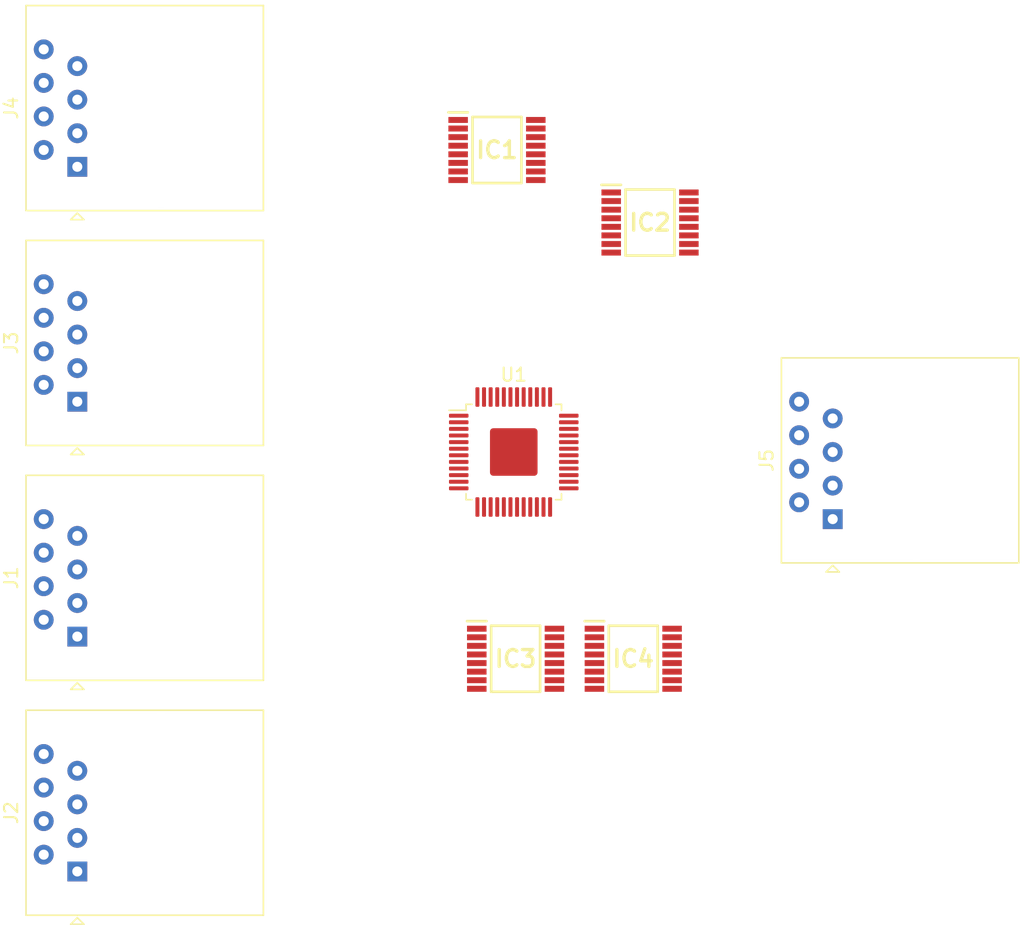
<source format=kicad_pcb>
(kicad_pcb (version 20171130) (host pcbnew "(5.1.0)-1")

  (general
    (thickness 1.6)
    (drawings 0)
    (tracks 0)
    (zones 0)
    (modules 10)
    (nets 153)
  )

  (page A4)
  (layers
    (0 F.Cu signal)
    (31 B.Cu signal)
    (32 B.Adhes user)
    (33 F.Adhes user)
    (34 B.Paste user)
    (35 F.Paste user)
    (36 B.SilkS user)
    (37 F.SilkS user)
    (38 B.Mask user)
    (39 F.Mask user)
    (40 Dwgs.User user)
    (41 Cmts.User user)
    (42 Eco1.User user)
    (43 Eco2.User user)
    (44 Edge.Cuts user)
    (45 Margin user)
    (46 B.CrtYd user)
    (47 F.CrtYd user)
    (48 B.Fab user)
    (49 F.Fab user)
  )

  (setup
    (last_trace_width 0.25)
    (trace_clearance 0.2)
    (zone_clearance 0.508)
    (zone_45_only no)
    (trace_min 0.2)
    (via_size 0.8)
    (via_drill 0.4)
    (via_min_size 0.4)
    (via_min_drill 0.3)
    (uvia_size 0.3)
    (uvia_drill 0.1)
    (uvias_allowed no)
    (uvia_min_size 0.2)
    (uvia_min_drill 0.1)
    (edge_width 0.05)
    (segment_width 0.2)
    (pcb_text_width 0.3)
    (pcb_text_size 1.5 1.5)
    (mod_edge_width 0.12)
    (mod_text_size 1 1)
    (mod_text_width 0.15)
    (pad_size 1.524 1.524)
    (pad_drill 0.762)
    (pad_to_mask_clearance 0.051)
    (solder_mask_min_width 0.25)
    (aux_axis_origin 0 0)
    (visible_elements 7FFFFFFF)
    (pcbplotparams
      (layerselection 0x010fc_ffffffff)
      (usegerberextensions false)
      (usegerberattributes false)
      (usegerberadvancedattributes false)
      (creategerberjobfile false)
      (excludeedgelayer true)
      (linewidth 0.100000)
      (plotframeref false)
      (viasonmask false)
      (mode 1)
      (useauxorigin false)
      (hpglpennumber 1)
      (hpglpenspeed 20)
      (hpglpendiameter 15.000000)
      (psnegative false)
      (psa4output false)
      (plotreference true)
      (plotvalue true)
      (plotinvisibletext false)
      (padsonsilk false)
      (subtractmaskfromsilk false)
      (outputformat 1)
      (mirror false)
      (drillshape 1)
      (scaleselection 1)
      (outputdirectory ""))
  )

  (net 0 "")
  (net 1 "Net-(J1-Pad1)")
  (net 2 "Net-(J1-Pad2)")
  (net 3 "Net-(J1-Pad3)")
  (net 4 "Net-(J1-Pad4)")
  (net 5 "Net-(J1-Pad5)")
  (net 6 "Net-(J1-Pad6)")
  (net 7 "Net-(J1-Pad7)")
  (net 8 "Net-(J1-Pad8)")
  (net 9 "Net-(J2-Pad8)")
  (net 10 "Net-(J2-Pad7)")
  (net 11 "Net-(J2-Pad6)")
  (net 12 "Net-(J2-Pad5)")
  (net 13 "Net-(J2-Pad4)")
  (net 14 "Net-(J2-Pad3)")
  (net 15 "Net-(J2-Pad2)")
  (net 16 "Net-(J2-Pad1)")
  (net 17 "Net-(J3-Pad1)")
  (net 18 "Net-(J3-Pad2)")
  (net 19 "Net-(J3-Pad3)")
  (net 20 "Net-(J3-Pad4)")
  (net 21 "Net-(J3-Pad5)")
  (net 22 "Net-(J3-Pad6)")
  (net 23 "Net-(J3-Pad7)")
  (net 24 "Net-(J3-Pad8)")
  (net 25 "Net-(J4-Pad8)")
  (net 26 "Net-(J4-Pad7)")
  (net 27 "Net-(J4-Pad6)")
  (net 28 "Net-(J4-Pad5)")
  (net 29 "Net-(J4-Pad4)")
  (net 30 "Net-(J4-Pad3)")
  (net 31 "Net-(J4-Pad2)")
  (net 32 "Net-(J4-Pad1)")
  (net 33 "Net-(U1-Pad1)")
  (net 34 "Net-(U1-Pad2)")
  (net 35 "Net-(U1-Pad3)")
  (net 36 "Net-(U1-Pad4)")
  (net 37 "Net-(U1-Pad5)")
  (net 38 "Net-(U1-Pad6)")
  (net 39 "Net-(U1-Pad7)")
  (net 40 "Net-(U1-Pad8)")
  (net 41 "Net-(U1-Pad9)")
  (net 42 "Net-(U1-Pad10)")
  (net 43 "Net-(U1-Pad11)")
  (net 44 "Net-(U1-Pad12)")
  (net 45 "Net-(U1-Pad13)")
  (net 46 "Net-(U1-Pad14)")
  (net 47 "Net-(U1-Pad15)")
  (net 48 "Net-(U1-Pad16)")
  (net 49 "Net-(U1-Pad17)")
  (net 50 "Net-(U1-Pad18)")
  (net 51 "Net-(U1-Pad19)")
  (net 52 "Net-(U1-Pad20)")
  (net 53 "Net-(U1-Pad21)")
  (net 54 "Net-(U1-Pad22)")
  (net 55 "Net-(U1-Pad23)")
  (net 56 "Net-(U1-Pad24)")
  (net 57 "Net-(U1-Pad25)")
  (net 58 "Net-(U1-Pad26)")
  (net 59 "Net-(U1-Pad27)")
  (net 60 "Net-(U1-Pad28)")
  (net 61 "Net-(U1-Pad29)")
  (net 62 "Net-(U1-Pad30)")
  (net 63 "Net-(U1-Pad31)")
  (net 64 "Net-(U1-Pad32)")
  (net 65 "Net-(U1-Pad33)")
  (net 66 "Net-(U1-Pad34)")
  (net 67 "Net-(U1-Pad35)")
  (net 68 "Net-(U1-Pad36)")
  (net 69 "Net-(U1-Pad37)")
  (net 70 "Net-(U1-Pad38)")
  (net 71 "Net-(U1-Pad39)")
  (net 72 "Net-(U1-Pad40)")
  (net 73 "Net-(U1-Pad41)")
  (net 74 "Net-(U1-Pad42)")
  (net 75 "Net-(U1-Pad43)")
  (net 76 "Net-(U1-Pad44)")
  (net 77 "Net-(U1-Pad45)")
  (net 78 "Net-(U1-Pad46)")
  (net 79 "Net-(U1-Pad47)")
  (net 80 "Net-(U1-Pad48)")
  (net 81 "Net-(IC1-Pad1)")
  (net 82 "Net-(IC1-Pad2)")
  (net 83 "Net-(IC1-Pad3)")
  (net 84 "Net-(IC1-Pad4)")
  (net 85 "Net-(IC1-Pad5)")
  (net 86 "Net-(IC1-Pad6)")
  (net 87 "Net-(IC1-Pad7)")
  (net 88 "Net-(IC1-Pad8)")
  (net 89 "Net-(IC1-Pad9)")
  (net 90 "Net-(IC1-Pad10)")
  (net 91 "Net-(IC1-Pad11)")
  (net 92 "Net-(IC1-Pad12)")
  (net 93 "Net-(IC1-Pad13)")
  (net 94 "Net-(IC1-Pad14)")
  (net 95 "Net-(IC1-Pad15)")
  (net 96 "Net-(IC1-Pad16)")
  (net 97 "Net-(IC2-Pad16)")
  (net 98 "Net-(IC2-Pad15)")
  (net 99 "Net-(IC2-Pad14)")
  (net 100 "Net-(IC2-Pad13)")
  (net 101 "Net-(IC2-Pad12)")
  (net 102 "Net-(IC2-Pad11)")
  (net 103 "Net-(IC2-Pad10)")
  (net 104 "Net-(IC2-Pad9)")
  (net 105 "Net-(IC2-Pad8)")
  (net 106 "Net-(IC2-Pad7)")
  (net 107 "Net-(IC2-Pad6)")
  (net 108 "Net-(IC2-Pad5)")
  (net 109 "Net-(IC2-Pad4)")
  (net 110 "Net-(IC2-Pad3)")
  (net 111 "Net-(IC2-Pad2)")
  (net 112 "Net-(IC2-Pad1)")
  (net 113 "Net-(J5-Pad1)")
  (net 114 "Net-(J5-Pad2)")
  (net 115 "Net-(J5-Pad3)")
  (net 116 "Net-(J5-Pad4)")
  (net 117 "Net-(J5-Pad5)")
  (net 118 "Net-(J5-Pad6)")
  (net 119 "Net-(J5-Pad7)")
  (net 120 "Net-(J5-Pad8)")
  (net 121 "Net-(IC3-Pad16)")
  (net 122 "Net-(IC3-Pad15)")
  (net 123 "Net-(IC3-Pad14)")
  (net 124 "Net-(IC3-Pad13)")
  (net 125 "Net-(IC3-Pad12)")
  (net 126 "Net-(IC3-Pad11)")
  (net 127 "Net-(IC3-Pad10)")
  (net 128 "Net-(IC3-Pad9)")
  (net 129 "Net-(IC3-Pad8)")
  (net 130 "Net-(IC3-Pad7)")
  (net 131 "Net-(IC3-Pad6)")
  (net 132 "Net-(IC3-Pad5)")
  (net 133 "Net-(IC3-Pad4)")
  (net 134 "Net-(IC3-Pad3)")
  (net 135 "Net-(IC3-Pad2)")
  (net 136 "Net-(IC3-Pad1)")
  (net 137 "Net-(IC4-Pad1)")
  (net 138 "Net-(IC4-Pad2)")
  (net 139 "Net-(IC4-Pad3)")
  (net 140 "Net-(IC4-Pad4)")
  (net 141 "Net-(IC4-Pad5)")
  (net 142 "Net-(IC4-Pad6)")
  (net 143 "Net-(IC4-Pad7)")
  (net 144 "Net-(IC4-Pad8)")
  (net 145 "Net-(IC4-Pad9)")
  (net 146 "Net-(IC4-Pad10)")
  (net 147 "Net-(IC4-Pad11)")
  (net 148 "Net-(IC4-Pad12)")
  (net 149 "Net-(IC4-Pad13)")
  (net 150 "Net-(IC4-Pad14)")
  (net 151 "Net-(IC4-Pad15)")
  (net 152 "Net-(IC4-Pad16)")

  (net_class Default "This is the default net class."
    (clearance 0.2)
    (trace_width 0.25)
    (via_dia 0.8)
    (via_drill 0.4)
    (uvia_dia 0.3)
    (uvia_drill 0.1)
    (add_net "Net-(IC1-Pad1)")
    (add_net "Net-(IC1-Pad10)")
    (add_net "Net-(IC1-Pad11)")
    (add_net "Net-(IC1-Pad12)")
    (add_net "Net-(IC1-Pad13)")
    (add_net "Net-(IC1-Pad14)")
    (add_net "Net-(IC1-Pad15)")
    (add_net "Net-(IC1-Pad16)")
    (add_net "Net-(IC1-Pad2)")
    (add_net "Net-(IC1-Pad3)")
    (add_net "Net-(IC1-Pad4)")
    (add_net "Net-(IC1-Pad5)")
    (add_net "Net-(IC1-Pad6)")
    (add_net "Net-(IC1-Pad7)")
    (add_net "Net-(IC1-Pad8)")
    (add_net "Net-(IC1-Pad9)")
    (add_net "Net-(IC2-Pad1)")
    (add_net "Net-(IC2-Pad10)")
    (add_net "Net-(IC2-Pad11)")
    (add_net "Net-(IC2-Pad12)")
    (add_net "Net-(IC2-Pad13)")
    (add_net "Net-(IC2-Pad14)")
    (add_net "Net-(IC2-Pad15)")
    (add_net "Net-(IC2-Pad16)")
    (add_net "Net-(IC2-Pad2)")
    (add_net "Net-(IC2-Pad3)")
    (add_net "Net-(IC2-Pad4)")
    (add_net "Net-(IC2-Pad5)")
    (add_net "Net-(IC2-Pad6)")
    (add_net "Net-(IC2-Pad7)")
    (add_net "Net-(IC2-Pad8)")
    (add_net "Net-(IC2-Pad9)")
    (add_net "Net-(IC3-Pad1)")
    (add_net "Net-(IC3-Pad10)")
    (add_net "Net-(IC3-Pad11)")
    (add_net "Net-(IC3-Pad12)")
    (add_net "Net-(IC3-Pad13)")
    (add_net "Net-(IC3-Pad14)")
    (add_net "Net-(IC3-Pad15)")
    (add_net "Net-(IC3-Pad16)")
    (add_net "Net-(IC3-Pad2)")
    (add_net "Net-(IC3-Pad3)")
    (add_net "Net-(IC3-Pad4)")
    (add_net "Net-(IC3-Pad5)")
    (add_net "Net-(IC3-Pad6)")
    (add_net "Net-(IC3-Pad7)")
    (add_net "Net-(IC3-Pad8)")
    (add_net "Net-(IC3-Pad9)")
    (add_net "Net-(IC4-Pad1)")
    (add_net "Net-(IC4-Pad10)")
    (add_net "Net-(IC4-Pad11)")
    (add_net "Net-(IC4-Pad12)")
    (add_net "Net-(IC4-Pad13)")
    (add_net "Net-(IC4-Pad14)")
    (add_net "Net-(IC4-Pad15)")
    (add_net "Net-(IC4-Pad16)")
    (add_net "Net-(IC4-Pad2)")
    (add_net "Net-(IC4-Pad3)")
    (add_net "Net-(IC4-Pad4)")
    (add_net "Net-(IC4-Pad5)")
    (add_net "Net-(IC4-Pad6)")
    (add_net "Net-(IC4-Pad7)")
    (add_net "Net-(IC4-Pad8)")
    (add_net "Net-(IC4-Pad9)")
    (add_net "Net-(J1-Pad1)")
    (add_net "Net-(J1-Pad2)")
    (add_net "Net-(J1-Pad3)")
    (add_net "Net-(J1-Pad4)")
    (add_net "Net-(J1-Pad5)")
    (add_net "Net-(J1-Pad6)")
    (add_net "Net-(J1-Pad7)")
    (add_net "Net-(J1-Pad8)")
    (add_net "Net-(J2-Pad1)")
    (add_net "Net-(J2-Pad2)")
    (add_net "Net-(J2-Pad3)")
    (add_net "Net-(J2-Pad4)")
    (add_net "Net-(J2-Pad5)")
    (add_net "Net-(J2-Pad6)")
    (add_net "Net-(J2-Pad7)")
    (add_net "Net-(J2-Pad8)")
    (add_net "Net-(J3-Pad1)")
    (add_net "Net-(J3-Pad2)")
    (add_net "Net-(J3-Pad3)")
    (add_net "Net-(J3-Pad4)")
    (add_net "Net-(J3-Pad5)")
    (add_net "Net-(J3-Pad6)")
    (add_net "Net-(J3-Pad7)")
    (add_net "Net-(J3-Pad8)")
    (add_net "Net-(J4-Pad1)")
    (add_net "Net-(J4-Pad2)")
    (add_net "Net-(J4-Pad3)")
    (add_net "Net-(J4-Pad4)")
    (add_net "Net-(J4-Pad5)")
    (add_net "Net-(J4-Pad6)")
    (add_net "Net-(J4-Pad7)")
    (add_net "Net-(J4-Pad8)")
    (add_net "Net-(J5-Pad1)")
    (add_net "Net-(J5-Pad2)")
    (add_net "Net-(J5-Pad3)")
    (add_net "Net-(J5-Pad4)")
    (add_net "Net-(J5-Pad5)")
    (add_net "Net-(J5-Pad6)")
    (add_net "Net-(J5-Pad7)")
    (add_net "Net-(J5-Pad8)")
    (add_net "Net-(U1-Pad1)")
    (add_net "Net-(U1-Pad10)")
    (add_net "Net-(U1-Pad11)")
    (add_net "Net-(U1-Pad12)")
    (add_net "Net-(U1-Pad13)")
    (add_net "Net-(U1-Pad14)")
    (add_net "Net-(U1-Pad15)")
    (add_net "Net-(U1-Pad16)")
    (add_net "Net-(U1-Pad17)")
    (add_net "Net-(U1-Pad18)")
    (add_net "Net-(U1-Pad19)")
    (add_net "Net-(U1-Pad2)")
    (add_net "Net-(U1-Pad20)")
    (add_net "Net-(U1-Pad21)")
    (add_net "Net-(U1-Pad22)")
    (add_net "Net-(U1-Pad23)")
    (add_net "Net-(U1-Pad24)")
    (add_net "Net-(U1-Pad25)")
    (add_net "Net-(U1-Pad26)")
    (add_net "Net-(U1-Pad27)")
    (add_net "Net-(U1-Pad28)")
    (add_net "Net-(U1-Pad29)")
    (add_net "Net-(U1-Pad3)")
    (add_net "Net-(U1-Pad30)")
    (add_net "Net-(U1-Pad31)")
    (add_net "Net-(U1-Pad32)")
    (add_net "Net-(U1-Pad33)")
    (add_net "Net-(U1-Pad34)")
    (add_net "Net-(U1-Pad35)")
    (add_net "Net-(U1-Pad36)")
    (add_net "Net-(U1-Pad37)")
    (add_net "Net-(U1-Pad38)")
    (add_net "Net-(U1-Pad39)")
    (add_net "Net-(U1-Pad4)")
    (add_net "Net-(U1-Pad40)")
    (add_net "Net-(U1-Pad41)")
    (add_net "Net-(U1-Pad42)")
    (add_net "Net-(U1-Pad43)")
    (add_net "Net-(U1-Pad44)")
    (add_net "Net-(U1-Pad45)")
    (add_net "Net-(U1-Pad46)")
    (add_net "Net-(U1-Pad47)")
    (add_net "Net-(U1-Pad48)")
    (add_net "Net-(U1-Pad5)")
    (add_net "Net-(U1-Pad6)")
    (add_net "Net-(U1-Pad7)")
    (add_net "Net-(U1-Pad8)")
    (add_net "Net-(U1-Pad9)")
  )

  (module Connector_RJ:RJ45_Amphenol_54602-x08_Horizontal (layer F.Cu) (tedit 5B103613) (tstamp 62A6608A)
    (at 109.22 107.95 90)
    (descr "8 Pol Shallow Latch Connector, Modjack, RJ45 (https://cdn.amphenol-icc.com/media/wysiwyg/files/drawing/c-bmj-0102.pdf)")
    (tags RJ45)
    (path /62A6118C)
    (fp_text reference J1 (at 4.445 -5 90) (layer F.SilkS)
      (effects (font (size 1 1) (thickness 0.15)))
    )
    (fp_text value RJ45 (at 4.445 4 90) (layer F.Fab)
      (effects (font (size 1 1) (thickness 0.15)))
    )
    (fp_text user %R (at 4.445 5.864999 90) (layer F.Fab)
      (effects (font (size 1 1) (thickness 0.15)))
    )
    (fp_line (start -4 0.5) (end -3.5 0) (layer F.SilkS) (width 0.12))
    (fp_line (start -4 -0.5) (end -4 0.5) (layer F.SilkS) (width 0.12))
    (fp_line (start -3.5 0) (end -4 -0.5) (layer F.SilkS) (width 0.12))
    (fp_line (start -3.205 13.97) (end -3.205 -2.77) (layer F.Fab) (width 0.12))
    (fp_line (start 12.095 13.97) (end -3.205 13.97) (layer F.Fab) (width 0.12))
    (fp_line (start 12.095 -3.77) (end 12.095 13.97) (layer F.Fab) (width 0.12))
    (fp_line (start -2.205 -3.77) (end 12.095 -3.77) (layer F.Fab) (width 0.12))
    (fp_line (start -3.205 -2.77) (end -2.205 -3.77) (layer F.Fab) (width 0.12))
    (fp_line (start -3.315 14.08) (end 12.205 14.08) (layer F.SilkS) (width 0.12))
    (fp_line (start 12.205 -3.88) (end 12.205 14.08) (layer F.SilkS) (width 0.12))
    (fp_line (start 12.205 -3.88) (end -3.315 -3.88) (layer F.SilkS) (width 0.12))
    (fp_line (start -3.315 -3.88) (end -3.315 14.08) (layer F.SilkS) (width 0.12))
    (fp_line (start -3.71 -4.27) (end 12.6 -4.27) (layer F.CrtYd) (width 0.05))
    (fp_line (start -3.71 -4.27) (end -3.71 14.47) (layer F.CrtYd) (width 0.05))
    (fp_line (start 12.6 14.47) (end 12.6 -4.27) (layer F.CrtYd) (width 0.05))
    (fp_line (start 12.6 14.47) (end -3.71 14.47) (layer F.CrtYd) (width 0.05))
    (pad "" np_thru_hole circle (at 10.16 6.35 90) (size 3.2 3.2) (drill 3.2) (layers *.Cu *.Mask))
    (pad "" np_thru_hole circle (at -1.27 6.35 90) (size 3.2 3.2) (drill 3.2) (layers *.Cu *.Mask))
    (pad 1 thru_hole rect (at 0 0 90) (size 1.5 1.5) (drill 0.76) (layers *.Cu *.Mask)
      (net 1 "Net-(J1-Pad1)"))
    (pad 2 thru_hole circle (at 1.27 -2.54 90) (size 1.5 1.5) (drill 0.76) (layers *.Cu *.Mask)
      (net 2 "Net-(J1-Pad2)"))
    (pad 3 thru_hole circle (at 2.54 0 90) (size 1.5 1.5) (drill 0.76) (layers *.Cu *.Mask)
      (net 3 "Net-(J1-Pad3)"))
    (pad 4 thru_hole circle (at 3.81 -2.54 90) (size 1.5 1.5) (drill 0.76) (layers *.Cu *.Mask)
      (net 4 "Net-(J1-Pad4)"))
    (pad 5 thru_hole circle (at 5.08 0 90) (size 1.5 1.5) (drill 0.76) (layers *.Cu *.Mask)
      (net 5 "Net-(J1-Pad5)"))
    (pad 6 thru_hole circle (at 6.35 -2.54 90) (size 1.5 1.5) (drill 0.76) (layers *.Cu *.Mask)
      (net 6 "Net-(J1-Pad6)"))
    (pad 7 thru_hole circle (at 7.62 0 90) (size 1.5 1.5) (drill 0.76) (layers *.Cu *.Mask)
      (net 7 "Net-(J1-Pad7)"))
    (pad 8 thru_hole circle (at 8.89 -2.54 90) (size 1.5 1.5) (drill 0.76) (layers *.Cu *.Mask)
      (net 8 "Net-(J1-Pad8)"))
    (model ${KISYS3DMOD}/Connector_RJ.3dshapes/RJ45_Amphenol_54602-x08_Horizontal.wrl
      (at (xyz 0 0 0))
      (scale (xyz 1 1 1))
      (rotate (xyz 0 0 0))
    )
  )

  (module Connector_RJ:RJ45_Amphenol_54602-x08_Horizontal (layer F.Cu) (tedit 5B103613) (tstamp 62A66882)
    (at 109.22 125.73 90)
    (descr "8 Pol Shallow Latch Connector, Modjack, RJ45 (https://cdn.amphenol-icc.com/media/wysiwyg/files/drawing/c-bmj-0102.pdf)")
    (tags RJ45)
    (path /62A6278C)
    (fp_text reference J2 (at 4.445 -5 90) (layer F.SilkS)
      (effects (font (size 1 1) (thickness 0.15)))
    )
    (fp_text value RJ45 (at 4.445 4 90) (layer F.Fab)
      (effects (font (size 1 1) (thickness 0.15)))
    )
    (fp_line (start 12.6 14.47) (end -3.71 14.47) (layer F.CrtYd) (width 0.05))
    (fp_line (start 12.6 14.47) (end 12.6 -4.27) (layer F.CrtYd) (width 0.05))
    (fp_line (start -3.71 -4.27) (end -3.71 14.47) (layer F.CrtYd) (width 0.05))
    (fp_line (start -3.71 -4.27) (end 12.6 -4.27) (layer F.CrtYd) (width 0.05))
    (fp_line (start -3.315 -3.88) (end -3.315 14.08) (layer F.SilkS) (width 0.12))
    (fp_line (start 12.205 -3.88) (end -3.315 -3.88) (layer F.SilkS) (width 0.12))
    (fp_line (start 12.205 -3.88) (end 12.205 14.08) (layer F.SilkS) (width 0.12))
    (fp_line (start -3.315 14.08) (end 12.205 14.08) (layer F.SilkS) (width 0.12))
    (fp_line (start -3.205 -2.77) (end -2.205 -3.77) (layer F.Fab) (width 0.12))
    (fp_line (start -2.205 -3.77) (end 12.095 -3.77) (layer F.Fab) (width 0.12))
    (fp_line (start 12.095 -3.77) (end 12.095 13.97) (layer F.Fab) (width 0.12))
    (fp_line (start 12.095 13.97) (end -3.205 13.97) (layer F.Fab) (width 0.12))
    (fp_line (start -3.205 13.97) (end -3.205 -2.77) (layer F.Fab) (width 0.12))
    (fp_line (start -3.5 0) (end -4 -0.5) (layer F.SilkS) (width 0.12))
    (fp_line (start -4 -0.5) (end -4 0.5) (layer F.SilkS) (width 0.12))
    (fp_line (start -4 0.5) (end -3.5 0) (layer F.SilkS) (width 0.12))
    (fp_text user %R (at 4.445 2 90) (layer F.Fab)
      (effects (font (size 1 1) (thickness 0.15)))
    )
    (pad 8 thru_hole circle (at 8.89 -2.54 90) (size 1.5 1.5) (drill 0.76) (layers *.Cu *.Mask)
      (net 9 "Net-(J2-Pad8)"))
    (pad 7 thru_hole circle (at 7.62 0 90) (size 1.5 1.5) (drill 0.76) (layers *.Cu *.Mask)
      (net 10 "Net-(J2-Pad7)"))
    (pad 6 thru_hole circle (at 6.35 -2.54 90) (size 1.5 1.5) (drill 0.76) (layers *.Cu *.Mask)
      (net 11 "Net-(J2-Pad6)"))
    (pad 5 thru_hole circle (at 5.08 0 90) (size 1.5 1.5) (drill 0.76) (layers *.Cu *.Mask)
      (net 12 "Net-(J2-Pad5)"))
    (pad 4 thru_hole circle (at 3.81 -2.54 90) (size 1.5 1.5) (drill 0.76) (layers *.Cu *.Mask)
      (net 13 "Net-(J2-Pad4)"))
    (pad 3 thru_hole circle (at 2.54 0 90) (size 1.5 1.5) (drill 0.76) (layers *.Cu *.Mask)
      (net 14 "Net-(J2-Pad3)"))
    (pad 2 thru_hole circle (at 1.27 -2.54 90) (size 1.5 1.5) (drill 0.76) (layers *.Cu *.Mask)
      (net 15 "Net-(J2-Pad2)"))
    (pad 1 thru_hole rect (at 0 0 90) (size 1.5 1.5) (drill 0.76) (layers *.Cu *.Mask)
      (net 16 "Net-(J2-Pad1)"))
    (pad "" np_thru_hole circle (at -1.27 6.35 90) (size 3.2 3.2) (drill 3.2) (layers *.Cu *.Mask))
    (pad "" np_thru_hole circle (at 10.16 6.35 90) (size 3.2 3.2) (drill 3.2) (layers *.Cu *.Mask))
    (model ${KISYS3DMOD}/Connector_RJ.3dshapes/RJ45_Amphenol_54602-x08_Horizontal.wrl
      (at (xyz 0 0 0))
      (scale (xyz 1 1 1))
      (rotate (xyz 0 0 0))
    )
  )

  (module Connector_RJ:RJ45_Amphenol_54602-x08_Horizontal (layer F.Cu) (tedit 5B103613) (tstamp 62A660C8)
    (at 109.22 90.17 90)
    (descr "8 Pol Shallow Latch Connector, Modjack, RJ45 (https://cdn.amphenol-icc.com/media/wysiwyg/files/drawing/c-bmj-0102.pdf)")
    (tags RJ45)
    (path /62A64A11)
    (fp_text reference J3 (at 4.445 -5 90) (layer F.SilkS)
      (effects (font (size 1 1) (thickness 0.15)))
    )
    (fp_text value RJ45 (at 4.445 4 90) (layer F.Fab)
      (effects (font (size 1 1) (thickness 0.15)))
    )
    (fp_text user %R (at 4.445 2 90) (layer F.Fab)
      (effects (font (size 1 1) (thickness 0.15)))
    )
    (fp_line (start -4 0.5) (end -3.5 0) (layer F.SilkS) (width 0.12))
    (fp_line (start -4 -0.5) (end -4 0.5) (layer F.SilkS) (width 0.12))
    (fp_line (start -3.5 0) (end -4 -0.5) (layer F.SilkS) (width 0.12))
    (fp_line (start -3.205 13.97) (end -3.205 -2.77) (layer F.Fab) (width 0.12))
    (fp_line (start 12.095 13.97) (end -3.205 13.97) (layer F.Fab) (width 0.12))
    (fp_line (start 12.095 -3.77) (end 12.095 13.97) (layer F.Fab) (width 0.12))
    (fp_line (start -2.205 -3.77) (end 12.095 -3.77) (layer F.Fab) (width 0.12))
    (fp_line (start -3.205 -2.77) (end -2.205 -3.77) (layer F.Fab) (width 0.12))
    (fp_line (start -3.315 14.08) (end 12.205 14.08) (layer F.SilkS) (width 0.12))
    (fp_line (start 12.205 -3.88) (end 12.205 14.08) (layer F.SilkS) (width 0.12))
    (fp_line (start 12.205 -3.88) (end -3.315 -3.88) (layer F.SilkS) (width 0.12))
    (fp_line (start -3.315 -3.88) (end -3.315 14.08) (layer F.SilkS) (width 0.12))
    (fp_line (start -3.71 -4.27) (end 12.6 -4.27) (layer F.CrtYd) (width 0.05))
    (fp_line (start -3.71 -4.27) (end -3.71 14.47) (layer F.CrtYd) (width 0.05))
    (fp_line (start 12.6 14.47) (end 12.6 -4.27) (layer F.CrtYd) (width 0.05))
    (fp_line (start 12.6 14.47) (end -3.71 14.47) (layer F.CrtYd) (width 0.05))
    (pad "" np_thru_hole circle (at 10.16 6.35 90) (size 3.2 3.2) (drill 3.2) (layers *.Cu *.Mask))
    (pad "" np_thru_hole circle (at -1.27 6.35 90) (size 3.2 3.2) (drill 3.2) (layers *.Cu *.Mask))
    (pad 1 thru_hole rect (at 0 0 90) (size 1.5 1.5) (drill 0.76) (layers *.Cu *.Mask)
      (net 17 "Net-(J3-Pad1)"))
    (pad 2 thru_hole circle (at 1.27 -2.54 90) (size 1.5 1.5) (drill 0.76) (layers *.Cu *.Mask)
      (net 18 "Net-(J3-Pad2)"))
    (pad 3 thru_hole circle (at 2.54 0 90) (size 1.5 1.5) (drill 0.76) (layers *.Cu *.Mask)
      (net 19 "Net-(J3-Pad3)"))
    (pad 4 thru_hole circle (at 3.81 -2.54 90) (size 1.5 1.5) (drill 0.76) (layers *.Cu *.Mask)
      (net 20 "Net-(J3-Pad4)"))
    (pad 5 thru_hole circle (at 5.08 0 90) (size 1.5 1.5) (drill 0.76) (layers *.Cu *.Mask)
      (net 21 "Net-(J3-Pad5)"))
    (pad 6 thru_hole circle (at 6.35 -2.54 90) (size 1.5 1.5) (drill 0.76) (layers *.Cu *.Mask)
      (net 22 "Net-(J3-Pad6)"))
    (pad 7 thru_hole circle (at 7.62 0 90) (size 1.5 1.5) (drill 0.76) (layers *.Cu *.Mask)
      (net 23 "Net-(J3-Pad7)"))
    (pad 8 thru_hole circle (at 8.89 -2.54 90) (size 1.5 1.5) (drill 0.76) (layers *.Cu *.Mask)
      (net 24 "Net-(J3-Pad8)"))
    (model ${KISYS3DMOD}/Connector_RJ.3dshapes/RJ45_Amphenol_RJHSE538X.wrl
      (offset (xyz 9.5 0.5 0))
      (scale (xyz 1 1 1))
      (rotate (xyz 0 0 -180))
    )
  )

  (module Connector_RJ:RJ45_Amphenol_54602-x08_Horizontal (layer F.Cu) (tedit 5B103613) (tstamp 62A660E7)
    (at 109.22 72.39 90)
    (descr "8 Pol Shallow Latch Connector, Modjack, RJ45 (https://cdn.amphenol-icc.com/media/wysiwyg/files/drawing/c-bmj-0102.pdf)")
    (tags RJ45)
    (path /62A66369)
    (fp_text reference J4 (at 4.445 -5 90) (layer F.SilkS)
      (effects (font (size 1 1) (thickness 0.15)))
    )
    (fp_text value RJ45 (at 4.445 4 90) (layer F.Fab)
      (effects (font (size 1 1) (thickness 0.15)))
    )
    (fp_line (start 12.6 14.47) (end -3.71 14.47) (layer F.CrtYd) (width 0.05))
    (fp_line (start 12.6 14.47) (end 12.6 -4.27) (layer F.CrtYd) (width 0.05))
    (fp_line (start -3.71 -4.27) (end -3.71 14.47) (layer F.CrtYd) (width 0.05))
    (fp_line (start -3.71 -4.27) (end 12.6 -4.27) (layer F.CrtYd) (width 0.05))
    (fp_line (start -3.315 -3.88) (end -3.315 14.08) (layer F.SilkS) (width 0.12))
    (fp_line (start 12.205 -3.88) (end -3.315 -3.88) (layer F.SilkS) (width 0.12))
    (fp_line (start 12.205 -3.88) (end 12.205 14.08) (layer F.SilkS) (width 0.12))
    (fp_line (start -3.315 14.08) (end 12.205 14.08) (layer F.SilkS) (width 0.12))
    (fp_line (start -3.205 -2.77) (end -2.205 -3.77) (layer F.Fab) (width 0.12))
    (fp_line (start -2.205 -3.77) (end 12.095 -3.77) (layer F.Fab) (width 0.12))
    (fp_line (start 12.095 -3.77) (end 12.095 13.97) (layer F.Fab) (width 0.12))
    (fp_line (start 12.095 13.97) (end -3.205 13.97) (layer F.Fab) (width 0.12))
    (fp_line (start -3.205 13.97) (end -3.205 -2.77) (layer F.Fab) (width 0.12))
    (fp_line (start -3.5 0) (end -4 -0.5) (layer F.SilkS) (width 0.12))
    (fp_line (start -4 -0.5) (end -4 0.5) (layer F.SilkS) (width 0.12))
    (fp_line (start -4 0.5) (end -3.5 0) (layer F.SilkS) (width 0.12))
    (fp_text user %R (at 4.445 2 90) (layer F.Fab)
      (effects (font (size 1 1) (thickness 0.15)))
    )
    (pad 8 thru_hole circle (at 8.89 -2.54 90) (size 1.5 1.5) (drill 0.76) (layers *.Cu *.Mask)
      (net 25 "Net-(J4-Pad8)"))
    (pad 7 thru_hole circle (at 7.62 0 90) (size 1.5 1.5) (drill 0.76) (layers *.Cu *.Mask)
      (net 26 "Net-(J4-Pad7)"))
    (pad 6 thru_hole circle (at 6.35 -2.54 90) (size 1.5 1.5) (drill 0.76) (layers *.Cu *.Mask)
      (net 27 "Net-(J4-Pad6)"))
    (pad 5 thru_hole circle (at 5.08 0 90) (size 1.5 1.5) (drill 0.76) (layers *.Cu *.Mask)
      (net 28 "Net-(J4-Pad5)"))
    (pad 4 thru_hole circle (at 3.81 -2.54 90) (size 1.5 1.5) (drill 0.76) (layers *.Cu *.Mask)
      (net 29 "Net-(J4-Pad4)"))
    (pad 3 thru_hole circle (at 2.54 0 90) (size 1.5 1.5) (drill 0.76) (layers *.Cu *.Mask)
      (net 30 "Net-(J4-Pad3)"))
    (pad 2 thru_hole circle (at 1.27 -2.54 90) (size 1.5 1.5) (drill 0.76) (layers *.Cu *.Mask)
      (net 31 "Net-(J4-Pad2)"))
    (pad 1 thru_hole rect (at 0 0 90) (size 1.5 1.5) (drill 0.76) (layers *.Cu *.Mask)
      (net 32 "Net-(J4-Pad1)"))
    (pad "" np_thru_hole circle (at -1.27 6.35 90) (size 3.2 3.2) (drill 3.2) (layers *.Cu *.Mask))
    (pad "" np_thru_hole circle (at 10.16 6.35 90) (size 3.2 3.2) (drill 3.2) (layers *.Cu *.Mask))
    (model ${KISYS3DMOD}/Connector_RJ.3dshapes/RJ45_Amphenol_54602-x08_Horizontal.wrl
      (at (xyz 0 0 0))
      (scale (xyz 1 1 1))
      (rotate (xyz 0 0 0))
    )
  )

  (module Connector_RJ:RJ45_Amphenol_54602-x08_Horizontal (layer F.Cu) (tedit 5B103613) (tstamp 62A66106)
    (at 166.37 99.06 90)
    (descr "8 Pol Shallow Latch Connector, Modjack, RJ45 (https://cdn.amphenol-icc.com/media/wysiwyg/files/drawing/c-bmj-0102.pdf)")
    (tags RJ45)
    (path /62A6BE13)
    (fp_text reference J5 (at 4.445 -5 90) (layer F.SilkS)
      (effects (font (size 1 1) (thickness 0.15)))
    )
    (fp_text value RJ45 (at 4.445 4 90) (layer F.Fab)
      (effects (font (size 1 1) (thickness 0.15)))
    )
    (fp_text user %R (at 4.445 2 90) (layer F.Fab)
      (effects (font (size 1 1) (thickness 0.15)))
    )
    (fp_line (start -4 0.5) (end -3.5 0) (layer F.SilkS) (width 0.12))
    (fp_line (start -4 -0.5) (end -4 0.5) (layer F.SilkS) (width 0.12))
    (fp_line (start -3.5 0) (end -4 -0.5) (layer F.SilkS) (width 0.12))
    (fp_line (start -3.205 13.97) (end -3.205 -2.77) (layer F.Fab) (width 0.12))
    (fp_line (start 12.095 13.97) (end -3.205 13.97) (layer F.Fab) (width 0.12))
    (fp_line (start 12.095 -3.77) (end 12.095 13.97) (layer F.Fab) (width 0.12))
    (fp_line (start -2.205 -3.77) (end 12.095 -3.77) (layer F.Fab) (width 0.12))
    (fp_line (start -3.205 -2.77) (end -2.205 -3.77) (layer F.Fab) (width 0.12))
    (fp_line (start -3.315 14.08) (end 12.205 14.08) (layer F.SilkS) (width 0.12))
    (fp_line (start 12.205 -3.88) (end 12.205 14.08) (layer F.SilkS) (width 0.12))
    (fp_line (start 12.205 -3.88) (end -3.315 -3.88) (layer F.SilkS) (width 0.12))
    (fp_line (start -3.315 -3.88) (end -3.315 14.08) (layer F.SilkS) (width 0.12))
    (fp_line (start -3.71 -4.27) (end 12.6 -4.27) (layer F.CrtYd) (width 0.05))
    (fp_line (start -3.71 -4.27) (end -3.71 14.47) (layer F.CrtYd) (width 0.05))
    (fp_line (start 12.6 14.47) (end 12.6 -4.27) (layer F.CrtYd) (width 0.05))
    (fp_line (start 12.6 14.47) (end -3.71 14.47) (layer F.CrtYd) (width 0.05))
    (pad "" np_thru_hole circle (at 10.16 6.35 90) (size 3.2 3.2) (drill 3.2) (layers *.Cu *.Mask))
    (pad "" np_thru_hole circle (at -1.27 6.35 90) (size 3.2 3.2) (drill 3.2) (layers *.Cu *.Mask))
    (pad 1 thru_hole rect (at 0 0 90) (size 1.5 1.5) (drill 0.76) (layers *.Cu *.Mask)
      (net 113 "Net-(J5-Pad1)"))
    (pad 2 thru_hole circle (at 1.27 -2.54 90) (size 1.5 1.5) (drill 0.76) (layers *.Cu *.Mask)
      (net 114 "Net-(J5-Pad2)"))
    (pad 3 thru_hole circle (at 2.54 0 90) (size 1.5 1.5) (drill 0.76) (layers *.Cu *.Mask)
      (net 115 "Net-(J5-Pad3)"))
    (pad 4 thru_hole circle (at 3.81 -2.54 90) (size 1.5 1.5) (drill 0.76) (layers *.Cu *.Mask)
      (net 116 "Net-(J5-Pad4)"))
    (pad 5 thru_hole circle (at 5.08 0 90) (size 1.5 1.5) (drill 0.76) (layers *.Cu *.Mask)
      (net 117 "Net-(J5-Pad5)"))
    (pad 6 thru_hole circle (at 6.35 -2.54 90) (size 1.5 1.5) (drill 0.76) (layers *.Cu *.Mask)
      (net 118 "Net-(J5-Pad6)"))
    (pad 7 thru_hole circle (at 7.62 0 90) (size 1.5 1.5) (drill 0.76) (layers *.Cu *.Mask)
      (net 119 "Net-(J5-Pad7)"))
    (pad 8 thru_hole circle (at 8.89 -2.54 90) (size 1.5 1.5) (drill 0.76) (layers *.Cu *.Mask)
      (net 120 "Net-(J5-Pad8)"))
    (model ${KISYS3DMOD}/Connector_RJ.3dshapes/RJ45_Amphenol_54602-x08_Horizontal.wrl
      (at (xyz 0 0 0))
      (scale (xyz 1 1 1))
      (rotate (xyz 0 0 0))
    )
  )

  (module Package_QFP:LQFP-48-1EP_7x7mm_P0.5mm_EP3.6x3.6mm (layer F.Cu) (tedit 5B56F227) (tstamp 62A6616B)
    (at 142.24 93.98)
    (descr "LQFP, 48 Pin (http://www.analog.com/media/en/technical-documentation/data-sheets/LTC7810.pdf), generated with kicad-footprint-generator ipc_qfp_generator.py")
    (tags "LQFP QFP")
    (path /62A75E3F)
    (attr smd)
    (fp_text reference U1 (at 0 -5.85) (layer F.SilkS)
      (effects (font (size 1 1) (thickness 0.15)))
    )
    (fp_text value STM32F030C8Tx (at 0 5.85) (layer F.Fab)
      (effects (font (size 1 1) (thickness 0.15)))
    )
    (fp_line (start -3.16 -3.61) (end -3.61 -3.61) (layer F.SilkS) (width 0.12))
    (fp_line (start -3.61 -3.61) (end -3.61 -3.16) (layer F.SilkS) (width 0.12))
    (fp_line (start 3.16 -3.61) (end 3.61 -3.61) (layer F.SilkS) (width 0.12))
    (fp_line (start 3.61 -3.61) (end 3.61 -3.16) (layer F.SilkS) (width 0.12))
    (fp_line (start -3.16 3.61) (end -3.61 3.61) (layer F.SilkS) (width 0.12))
    (fp_line (start -3.61 3.61) (end -3.61 3.16) (layer F.SilkS) (width 0.12))
    (fp_line (start 3.16 3.61) (end 3.61 3.61) (layer F.SilkS) (width 0.12))
    (fp_line (start 3.61 3.61) (end 3.61 3.16) (layer F.SilkS) (width 0.12))
    (fp_line (start -3.61 -3.16) (end -4.9 -3.16) (layer F.SilkS) (width 0.12))
    (fp_line (start -2.5 -3.5) (end 3.5 -3.5) (layer F.Fab) (width 0.1))
    (fp_line (start 3.5 -3.5) (end 3.5 3.5) (layer F.Fab) (width 0.1))
    (fp_line (start 3.5 3.5) (end -3.5 3.5) (layer F.Fab) (width 0.1))
    (fp_line (start -3.5 3.5) (end -3.5 -2.5) (layer F.Fab) (width 0.1))
    (fp_line (start -3.5 -2.5) (end -2.5 -3.5) (layer F.Fab) (width 0.1))
    (fp_line (start 0 -5.15) (end -3.15 -5.15) (layer F.CrtYd) (width 0.05))
    (fp_line (start -3.15 -5.15) (end -3.15 -3.75) (layer F.CrtYd) (width 0.05))
    (fp_line (start -3.15 -3.75) (end -3.75 -3.75) (layer F.CrtYd) (width 0.05))
    (fp_line (start -3.75 -3.75) (end -3.75 -3.15) (layer F.CrtYd) (width 0.05))
    (fp_line (start -3.75 -3.15) (end -5.15 -3.15) (layer F.CrtYd) (width 0.05))
    (fp_line (start -5.15 -3.15) (end -5.15 0) (layer F.CrtYd) (width 0.05))
    (fp_line (start 0 -5.15) (end 3.15 -5.15) (layer F.CrtYd) (width 0.05))
    (fp_line (start 3.15 -5.15) (end 3.15 -3.75) (layer F.CrtYd) (width 0.05))
    (fp_line (start 3.15 -3.75) (end 3.75 -3.75) (layer F.CrtYd) (width 0.05))
    (fp_line (start 3.75 -3.75) (end 3.75 -3.15) (layer F.CrtYd) (width 0.05))
    (fp_line (start 3.75 -3.15) (end 5.15 -3.15) (layer F.CrtYd) (width 0.05))
    (fp_line (start 5.15 -3.15) (end 5.15 0) (layer F.CrtYd) (width 0.05))
    (fp_line (start 0 5.15) (end -3.15 5.15) (layer F.CrtYd) (width 0.05))
    (fp_line (start -3.15 5.15) (end -3.15 3.75) (layer F.CrtYd) (width 0.05))
    (fp_line (start -3.15 3.75) (end -3.75 3.75) (layer F.CrtYd) (width 0.05))
    (fp_line (start -3.75 3.75) (end -3.75 3.15) (layer F.CrtYd) (width 0.05))
    (fp_line (start -3.75 3.15) (end -5.15 3.15) (layer F.CrtYd) (width 0.05))
    (fp_line (start -5.15 3.15) (end -5.15 0) (layer F.CrtYd) (width 0.05))
    (fp_line (start 0 5.15) (end 3.15 5.15) (layer F.CrtYd) (width 0.05))
    (fp_line (start 3.15 5.15) (end 3.15 3.75) (layer F.CrtYd) (width 0.05))
    (fp_line (start 3.15 3.75) (end 3.75 3.75) (layer F.CrtYd) (width 0.05))
    (fp_line (start 3.75 3.75) (end 3.75 3.15) (layer F.CrtYd) (width 0.05))
    (fp_line (start 3.75 3.15) (end 5.15 3.15) (layer F.CrtYd) (width 0.05))
    (fp_line (start 5.15 3.15) (end 5.15 0) (layer F.CrtYd) (width 0.05))
    (fp_text user %R (at 0 0) (layer F.Fab)
      (effects (font (size 1 1) (thickness 0.15)))
    )
    (pad 49 smd roundrect (at 0 0) (size 3.6 3.6) (layers F.Cu F.Mask) (roundrect_rratio 0.06944400000000001))
    (pad "" smd roundrect (at -1.2 -1.2) (size 0.97 0.97) (layers F.Paste) (roundrect_rratio 0.25))
    (pad "" smd roundrect (at -1.2 0) (size 0.97 0.97) (layers F.Paste) (roundrect_rratio 0.25))
    (pad "" smd roundrect (at -1.2 1.2) (size 0.97 0.97) (layers F.Paste) (roundrect_rratio 0.25))
    (pad "" smd roundrect (at 0 -1.2) (size 0.97 0.97) (layers F.Paste) (roundrect_rratio 0.25))
    (pad "" smd roundrect (at 0 0) (size 0.97 0.97) (layers F.Paste) (roundrect_rratio 0.25))
    (pad "" smd roundrect (at 0 1.2) (size 0.97 0.97) (layers F.Paste) (roundrect_rratio 0.25))
    (pad "" smd roundrect (at 1.2 -1.2) (size 0.97 0.97) (layers F.Paste) (roundrect_rratio 0.25))
    (pad "" smd roundrect (at 1.2 0) (size 0.97 0.97) (layers F.Paste) (roundrect_rratio 0.25))
    (pad "" smd roundrect (at 1.2 1.2) (size 0.97 0.97) (layers F.Paste) (roundrect_rratio 0.25))
    (pad 1 smd roundrect (at -4.1625 -2.75) (size 1.475 0.3) (layers F.Cu F.Paste F.Mask) (roundrect_rratio 0.25)
      (net 33 "Net-(U1-Pad1)"))
    (pad 2 smd roundrect (at -4.1625 -2.25) (size 1.475 0.3) (layers F.Cu F.Paste F.Mask) (roundrect_rratio 0.25)
      (net 34 "Net-(U1-Pad2)"))
    (pad 3 smd roundrect (at -4.1625 -1.75) (size 1.475 0.3) (layers F.Cu F.Paste F.Mask) (roundrect_rratio 0.25)
      (net 35 "Net-(U1-Pad3)"))
    (pad 4 smd roundrect (at -4.1625 -1.25) (size 1.475 0.3) (layers F.Cu F.Paste F.Mask) (roundrect_rratio 0.25)
      (net 36 "Net-(U1-Pad4)"))
    (pad 5 smd roundrect (at -4.1625 -0.75) (size 1.475 0.3) (layers F.Cu F.Paste F.Mask) (roundrect_rratio 0.25)
      (net 37 "Net-(U1-Pad5)"))
    (pad 6 smd roundrect (at -4.1625 -0.25) (size 1.475 0.3) (layers F.Cu F.Paste F.Mask) (roundrect_rratio 0.25)
      (net 38 "Net-(U1-Pad6)"))
    (pad 7 smd roundrect (at -4.1625 0.25) (size 1.475 0.3) (layers F.Cu F.Paste F.Mask) (roundrect_rratio 0.25)
      (net 39 "Net-(U1-Pad7)"))
    (pad 8 smd roundrect (at -4.1625 0.75) (size 1.475 0.3) (layers F.Cu F.Paste F.Mask) (roundrect_rratio 0.25)
      (net 40 "Net-(U1-Pad8)"))
    (pad 9 smd roundrect (at -4.1625 1.25) (size 1.475 0.3) (layers F.Cu F.Paste F.Mask) (roundrect_rratio 0.25)
      (net 41 "Net-(U1-Pad9)"))
    (pad 10 smd roundrect (at -4.1625 1.75) (size 1.475 0.3) (layers F.Cu F.Paste F.Mask) (roundrect_rratio 0.25)
      (net 42 "Net-(U1-Pad10)"))
    (pad 11 smd roundrect (at -4.1625 2.25) (size 1.475 0.3) (layers F.Cu F.Paste F.Mask) (roundrect_rratio 0.25)
      (net 43 "Net-(U1-Pad11)"))
    (pad 12 smd roundrect (at -4.1625 2.75) (size 1.475 0.3) (layers F.Cu F.Paste F.Mask) (roundrect_rratio 0.25)
      (net 44 "Net-(U1-Pad12)"))
    (pad 13 smd roundrect (at -2.75 4.1625) (size 0.3 1.475) (layers F.Cu F.Paste F.Mask) (roundrect_rratio 0.25)
      (net 45 "Net-(U1-Pad13)"))
    (pad 14 smd roundrect (at -2.25 4.1625) (size 0.3 1.475) (layers F.Cu F.Paste F.Mask) (roundrect_rratio 0.25)
      (net 46 "Net-(U1-Pad14)"))
    (pad 15 smd roundrect (at -1.75 4.1625) (size 0.3 1.475) (layers F.Cu F.Paste F.Mask) (roundrect_rratio 0.25)
      (net 47 "Net-(U1-Pad15)"))
    (pad 16 smd roundrect (at -1.25 4.1625) (size 0.3 1.475) (layers F.Cu F.Paste F.Mask) (roundrect_rratio 0.25)
      (net 48 "Net-(U1-Pad16)"))
    (pad 17 smd roundrect (at -0.75 4.1625) (size 0.3 1.475) (layers F.Cu F.Paste F.Mask) (roundrect_rratio 0.25)
      (net 49 "Net-(U1-Pad17)"))
    (pad 18 smd roundrect (at -0.25 4.1625) (size 0.3 1.475) (layers F.Cu F.Paste F.Mask) (roundrect_rratio 0.25)
      (net 50 "Net-(U1-Pad18)"))
    (pad 19 smd roundrect (at 0.25 4.1625) (size 0.3 1.475) (layers F.Cu F.Paste F.Mask) (roundrect_rratio 0.25)
      (net 51 "Net-(U1-Pad19)"))
    (pad 20 smd roundrect (at 0.75 4.1625) (size 0.3 1.475) (layers F.Cu F.Paste F.Mask) (roundrect_rratio 0.25)
      (net 52 "Net-(U1-Pad20)"))
    (pad 21 smd roundrect (at 1.25 4.1625) (size 0.3 1.475) (layers F.Cu F.Paste F.Mask) (roundrect_rratio 0.25)
      (net 53 "Net-(U1-Pad21)"))
    (pad 22 smd roundrect (at 1.75 4.1625) (size 0.3 1.475) (layers F.Cu F.Paste F.Mask) (roundrect_rratio 0.25)
      (net 54 "Net-(U1-Pad22)"))
    (pad 23 smd roundrect (at 2.25 4.1625) (size 0.3 1.475) (layers F.Cu F.Paste F.Mask) (roundrect_rratio 0.25)
      (net 55 "Net-(U1-Pad23)"))
    (pad 24 smd roundrect (at 2.75 4.1625) (size 0.3 1.475) (layers F.Cu F.Paste F.Mask) (roundrect_rratio 0.25)
      (net 56 "Net-(U1-Pad24)"))
    (pad 25 smd roundrect (at 4.1625 2.75) (size 1.475 0.3) (layers F.Cu F.Paste F.Mask) (roundrect_rratio 0.25)
      (net 57 "Net-(U1-Pad25)"))
    (pad 26 smd roundrect (at 4.1625 2.25) (size 1.475 0.3) (layers F.Cu F.Paste F.Mask) (roundrect_rratio 0.25)
      (net 58 "Net-(U1-Pad26)"))
    (pad 27 smd roundrect (at 4.1625 1.75) (size 1.475 0.3) (layers F.Cu F.Paste F.Mask) (roundrect_rratio 0.25)
      (net 59 "Net-(U1-Pad27)"))
    (pad 28 smd roundrect (at 4.1625 1.25) (size 1.475 0.3) (layers F.Cu F.Paste F.Mask) (roundrect_rratio 0.25)
      (net 60 "Net-(U1-Pad28)"))
    (pad 29 smd roundrect (at 4.1625 0.75) (size 1.475 0.3) (layers F.Cu F.Paste F.Mask) (roundrect_rratio 0.25)
      (net 61 "Net-(U1-Pad29)"))
    (pad 30 smd roundrect (at 4.1625 0.25) (size 1.475 0.3) (layers F.Cu F.Paste F.Mask) (roundrect_rratio 0.25)
      (net 62 "Net-(U1-Pad30)"))
    (pad 31 smd roundrect (at 4.1625 -0.25) (size 1.475 0.3) (layers F.Cu F.Paste F.Mask) (roundrect_rratio 0.25)
      (net 63 "Net-(U1-Pad31)"))
    (pad 32 smd roundrect (at 4.1625 -0.75) (size 1.475 0.3) (layers F.Cu F.Paste F.Mask) (roundrect_rratio 0.25)
      (net 64 "Net-(U1-Pad32)"))
    (pad 33 smd roundrect (at 4.1625 -1.25) (size 1.475 0.3) (layers F.Cu F.Paste F.Mask) (roundrect_rratio 0.25)
      (net 65 "Net-(U1-Pad33)"))
    (pad 34 smd roundrect (at 4.1625 -1.75) (size 1.475 0.3) (layers F.Cu F.Paste F.Mask) (roundrect_rratio 0.25)
      (net 66 "Net-(U1-Pad34)"))
    (pad 35 smd roundrect (at 4.1625 -2.25) (size 1.475 0.3) (layers F.Cu F.Paste F.Mask) (roundrect_rratio 0.25)
      (net 67 "Net-(U1-Pad35)"))
    (pad 36 smd roundrect (at 4.1625 -2.75) (size 1.475 0.3) (layers F.Cu F.Paste F.Mask) (roundrect_rratio 0.25)
      (net 68 "Net-(U1-Pad36)"))
    (pad 37 smd roundrect (at 2.75 -4.1625) (size 0.3 1.475) (layers F.Cu F.Paste F.Mask) (roundrect_rratio 0.25)
      (net 69 "Net-(U1-Pad37)"))
    (pad 38 smd roundrect (at 2.25 -4.1625) (size 0.3 1.475) (layers F.Cu F.Paste F.Mask) (roundrect_rratio 0.25)
      (net 70 "Net-(U1-Pad38)"))
    (pad 39 smd roundrect (at 1.75 -4.1625) (size 0.3 1.475) (layers F.Cu F.Paste F.Mask) (roundrect_rratio 0.25)
      (net 71 "Net-(U1-Pad39)"))
    (pad 40 smd roundrect (at 1.25 -4.1625) (size 0.3 1.475) (layers F.Cu F.Paste F.Mask) (roundrect_rratio 0.25)
      (net 72 "Net-(U1-Pad40)"))
    (pad 41 smd roundrect (at 0.75 -4.1625) (size 0.3 1.475) (layers F.Cu F.Paste F.Mask) (roundrect_rratio 0.25)
      (net 73 "Net-(U1-Pad41)"))
    (pad 42 smd roundrect (at 0.25 -4.1625) (size 0.3 1.475) (layers F.Cu F.Paste F.Mask) (roundrect_rratio 0.25)
      (net 74 "Net-(U1-Pad42)"))
    (pad 43 smd roundrect (at -0.25 -4.1625) (size 0.3 1.475) (layers F.Cu F.Paste F.Mask) (roundrect_rratio 0.25)
      (net 75 "Net-(U1-Pad43)"))
    (pad 44 smd roundrect (at -0.75 -4.1625) (size 0.3 1.475) (layers F.Cu F.Paste F.Mask) (roundrect_rratio 0.25)
      (net 76 "Net-(U1-Pad44)"))
    (pad 45 smd roundrect (at -1.25 -4.1625) (size 0.3 1.475) (layers F.Cu F.Paste F.Mask) (roundrect_rratio 0.25)
      (net 77 "Net-(U1-Pad45)"))
    (pad 46 smd roundrect (at -1.75 -4.1625) (size 0.3 1.475) (layers F.Cu F.Paste F.Mask) (roundrect_rratio 0.25)
      (net 78 "Net-(U1-Pad46)"))
    (pad 47 smd roundrect (at -2.25 -4.1625) (size 0.3 1.475) (layers F.Cu F.Paste F.Mask) (roundrect_rratio 0.25)
      (net 79 "Net-(U1-Pad47)"))
    (pad 48 smd roundrect (at -2.75 -4.1625) (size 0.3 1.475) (layers F.Cu F.Paste F.Mask) (roundrect_rratio 0.25)
      (net 80 "Net-(U1-Pad48)"))
    (model ${KISYS3DMOD}/Package_QFP.3dshapes/LQFP-48-1EP_7x7mm_P0.5mm_EP3.6x3.6mm.wrl
      (at (xyz 0 0 0))
      (scale (xyz 1 1 1))
      (rotate (xyz 0 0 0))
    )
  )

  (module SamacSys_Parts:SOP65P640X120-16N (layer F.Cu) (tedit 0) (tstamp 62A67D87)
    (at 140.97 71.12)
    (descr PCG16_1)
    (tags "Integrated Circuit")
    (path /62A6E752)
    (attr smd)
    (fp_text reference IC1 (at 0 0) (layer F.SilkS)
      (effects (font (size 1.27 1.27) (thickness 0.254)))
    )
    (fp_text value 74CBTLV3253PGG8 (at 0 0) (layer F.SilkS) hide
      (effects (font (size 1.27 1.27) (thickness 0.254)))
    )
    (fp_text user %R (at 0 0) (layer F.Fab)
      (effects (font (size 1.27 1.27) (thickness 0.254)))
    )
    (fp_line (start -3.925 -2.8) (end 3.925 -2.8) (layer F.CrtYd) (width 0.05))
    (fp_line (start 3.925 -2.8) (end 3.925 2.8) (layer F.CrtYd) (width 0.05))
    (fp_line (start 3.925 2.8) (end -3.925 2.8) (layer F.CrtYd) (width 0.05))
    (fp_line (start -3.925 2.8) (end -3.925 -2.8) (layer F.CrtYd) (width 0.05))
    (fp_line (start -2.2 -2.5) (end 2.2 -2.5) (layer F.Fab) (width 0.1))
    (fp_line (start 2.2 -2.5) (end 2.2 2.5) (layer F.Fab) (width 0.1))
    (fp_line (start 2.2 2.5) (end -2.2 2.5) (layer F.Fab) (width 0.1))
    (fp_line (start -2.2 2.5) (end -2.2 -2.5) (layer F.Fab) (width 0.1))
    (fp_line (start -2.2 -1.85) (end -1.55 -2.5) (layer F.Fab) (width 0.1))
    (fp_line (start -1.85 -2.5) (end 1.85 -2.5) (layer F.SilkS) (width 0.2))
    (fp_line (start 1.85 -2.5) (end 1.85 2.5) (layer F.SilkS) (width 0.2))
    (fp_line (start 1.85 2.5) (end -1.85 2.5) (layer F.SilkS) (width 0.2))
    (fp_line (start -1.85 2.5) (end -1.85 -2.5) (layer F.SilkS) (width 0.2))
    (fp_line (start -3.675 -2.85) (end -2.2 -2.85) (layer F.SilkS) (width 0.2))
    (pad 1 smd rect (at -2.938 -2.275 90) (size 0.45 1.475) (layers F.Cu F.Paste F.Mask)
      (net 81 "Net-(IC1-Pad1)"))
    (pad 2 smd rect (at -2.938 -1.625 90) (size 0.45 1.475) (layers F.Cu F.Paste F.Mask)
      (net 82 "Net-(IC1-Pad2)"))
    (pad 3 smd rect (at -2.938 -0.975 90) (size 0.45 1.475) (layers F.Cu F.Paste F.Mask)
      (net 83 "Net-(IC1-Pad3)"))
    (pad 4 smd rect (at -2.938 -0.325 90) (size 0.45 1.475) (layers F.Cu F.Paste F.Mask)
      (net 84 "Net-(IC1-Pad4)"))
    (pad 5 smd rect (at -2.938 0.325 90) (size 0.45 1.475) (layers F.Cu F.Paste F.Mask)
      (net 85 "Net-(IC1-Pad5)"))
    (pad 6 smd rect (at -2.938 0.975 90) (size 0.45 1.475) (layers F.Cu F.Paste F.Mask)
      (net 86 "Net-(IC1-Pad6)"))
    (pad 7 smd rect (at -2.938 1.625 90) (size 0.45 1.475) (layers F.Cu F.Paste F.Mask)
      (net 87 "Net-(IC1-Pad7)"))
    (pad 8 smd rect (at -2.938 2.275 90) (size 0.45 1.475) (layers F.Cu F.Paste F.Mask)
      (net 88 "Net-(IC1-Pad8)"))
    (pad 9 smd rect (at 2.938 2.275 90) (size 0.45 1.475) (layers F.Cu F.Paste F.Mask)
      (net 89 "Net-(IC1-Pad9)"))
    (pad 10 smd rect (at 2.938 1.625 90) (size 0.45 1.475) (layers F.Cu F.Paste F.Mask)
      (net 90 "Net-(IC1-Pad10)"))
    (pad 11 smd rect (at 2.938 0.975 90) (size 0.45 1.475) (layers F.Cu F.Paste F.Mask)
      (net 91 "Net-(IC1-Pad11)"))
    (pad 12 smd rect (at 2.938 0.325 90) (size 0.45 1.475) (layers F.Cu F.Paste F.Mask)
      (net 92 "Net-(IC1-Pad12)"))
    (pad 13 smd rect (at 2.938 -0.325 90) (size 0.45 1.475) (layers F.Cu F.Paste F.Mask)
      (net 93 "Net-(IC1-Pad13)"))
    (pad 14 smd rect (at 2.938 -0.975 90) (size 0.45 1.475) (layers F.Cu F.Paste F.Mask)
      (net 94 "Net-(IC1-Pad14)"))
    (pad 15 smd rect (at 2.938 -1.625 90) (size 0.45 1.475) (layers F.Cu F.Paste F.Mask)
      (net 95 "Net-(IC1-Pad15)"))
    (pad 16 smd rect (at 2.938 -2.275 90) (size 0.45 1.475) (layers F.Cu F.Paste F.Mask)
      (net 96 "Net-(IC1-Pad16)"))
    (model D:\Documents\kicad_libraries\SamacSys_Parts.3dshapes\74CBTLV3253PGG8.stp
      (at (xyz 0 0 0))
      (scale (xyz 1 1 1))
      (rotate (xyz 0 0 0))
    )
  )

  (module SamacSys_Parts:SOP65P640X120-16N (layer F.Cu) (tedit 0) (tstamp 62A67DAA)
    (at 152.550001 76.610001)
    (descr PCG16_1)
    (tags "Integrated Circuit")
    (path /62A70647)
    (attr smd)
    (fp_text reference IC2 (at 0 0) (layer F.SilkS)
      (effects (font (size 1.27 1.27) (thickness 0.254)))
    )
    (fp_text value 74CBTLV3253PGG8 (at 0 0) (layer F.SilkS) hide
      (effects (font (size 1.27 1.27) (thickness 0.254)))
    )
    (fp_line (start -3.675 -2.85) (end -2.2 -2.85) (layer F.SilkS) (width 0.2))
    (fp_line (start -1.85 2.5) (end -1.85 -2.5) (layer F.SilkS) (width 0.2))
    (fp_line (start 1.85 2.5) (end -1.85 2.5) (layer F.SilkS) (width 0.2))
    (fp_line (start 1.85 -2.5) (end 1.85 2.5) (layer F.SilkS) (width 0.2))
    (fp_line (start -1.85 -2.5) (end 1.85 -2.5) (layer F.SilkS) (width 0.2))
    (fp_line (start -2.2 -1.85) (end -1.55 -2.5) (layer F.Fab) (width 0.1))
    (fp_line (start -2.2 2.5) (end -2.2 -2.5) (layer F.Fab) (width 0.1))
    (fp_line (start 2.2 2.5) (end -2.2 2.5) (layer F.Fab) (width 0.1))
    (fp_line (start 2.2 -2.5) (end 2.2 2.5) (layer F.Fab) (width 0.1))
    (fp_line (start -2.2 -2.5) (end 2.2 -2.5) (layer F.Fab) (width 0.1))
    (fp_line (start -3.925 2.8) (end -3.925 -2.8) (layer F.CrtYd) (width 0.05))
    (fp_line (start 3.925 2.8) (end -3.925 2.8) (layer F.CrtYd) (width 0.05))
    (fp_line (start 3.925 -2.8) (end 3.925 2.8) (layer F.CrtYd) (width 0.05))
    (fp_line (start -3.925 -2.8) (end 3.925 -2.8) (layer F.CrtYd) (width 0.05))
    (fp_text user %R (at 0 0) (layer F.Fab)
      (effects (font (size 1.27 1.27) (thickness 0.254)))
    )
    (pad 16 smd rect (at 2.938 -2.275 90) (size 0.45 1.475) (layers F.Cu F.Paste F.Mask)
      (net 97 "Net-(IC2-Pad16)"))
    (pad 15 smd rect (at 2.938 -1.625 90) (size 0.45 1.475) (layers F.Cu F.Paste F.Mask)
      (net 98 "Net-(IC2-Pad15)"))
    (pad 14 smd rect (at 2.938 -0.975 90) (size 0.45 1.475) (layers F.Cu F.Paste F.Mask)
      (net 99 "Net-(IC2-Pad14)"))
    (pad 13 smd rect (at 2.938 -0.325 90) (size 0.45 1.475) (layers F.Cu F.Paste F.Mask)
      (net 100 "Net-(IC2-Pad13)"))
    (pad 12 smd rect (at 2.938 0.325 90) (size 0.45 1.475) (layers F.Cu F.Paste F.Mask)
      (net 101 "Net-(IC2-Pad12)"))
    (pad 11 smd rect (at 2.938 0.975 90) (size 0.45 1.475) (layers F.Cu F.Paste F.Mask)
      (net 102 "Net-(IC2-Pad11)"))
    (pad 10 smd rect (at 2.938 1.625 90) (size 0.45 1.475) (layers F.Cu F.Paste F.Mask)
      (net 103 "Net-(IC2-Pad10)"))
    (pad 9 smd rect (at 2.938 2.275 90) (size 0.45 1.475) (layers F.Cu F.Paste F.Mask)
      (net 104 "Net-(IC2-Pad9)"))
    (pad 8 smd rect (at -2.938 2.275 90) (size 0.45 1.475) (layers F.Cu F.Paste F.Mask)
      (net 105 "Net-(IC2-Pad8)"))
    (pad 7 smd rect (at -2.938 1.625 90) (size 0.45 1.475) (layers F.Cu F.Paste F.Mask)
      (net 106 "Net-(IC2-Pad7)"))
    (pad 6 smd rect (at -2.938 0.975 90) (size 0.45 1.475) (layers F.Cu F.Paste F.Mask)
      (net 107 "Net-(IC2-Pad6)"))
    (pad 5 smd rect (at -2.938 0.325 90) (size 0.45 1.475) (layers F.Cu F.Paste F.Mask)
      (net 108 "Net-(IC2-Pad5)"))
    (pad 4 smd rect (at -2.938 -0.325 90) (size 0.45 1.475) (layers F.Cu F.Paste F.Mask)
      (net 109 "Net-(IC2-Pad4)"))
    (pad 3 smd rect (at -2.938 -0.975 90) (size 0.45 1.475) (layers F.Cu F.Paste F.Mask)
      (net 110 "Net-(IC2-Pad3)"))
    (pad 2 smd rect (at -2.938 -1.625 90) (size 0.45 1.475) (layers F.Cu F.Paste F.Mask)
      (net 111 "Net-(IC2-Pad2)"))
    (pad 1 smd rect (at -2.938 -2.275 90) (size 0.45 1.475) (layers F.Cu F.Paste F.Mask)
      (net 112 "Net-(IC2-Pad1)"))
    (model D:\Documents\kicad_libraries\SamacSys_Parts.3dshapes\74CBTLV3253PGG8.stp
      (at (xyz 0 0 0))
      (scale (xyz 1 1 1))
      (rotate (xyz 0 0 0))
    )
  )

  (module SamacSys_Parts:SOP65P640X120-16N (layer F.Cu) (tedit 0) (tstamp 62A680A3)
    (at 142.380001 109.630001)
    (descr PCG16_1)
    (tags "Integrated Circuit")
    (path /62A7D074)
    (attr smd)
    (fp_text reference IC3 (at 0 0) (layer F.SilkS)
      (effects (font (size 1.27 1.27) (thickness 0.254)))
    )
    (fp_text value 74CBTLV3253PGG8 (at 0 0) (layer F.SilkS) hide
      (effects (font (size 1.27 1.27) (thickness 0.254)))
    )
    (fp_line (start -3.675 -2.85) (end -2.2 -2.85) (layer F.SilkS) (width 0.2))
    (fp_line (start -1.85 2.5) (end -1.85 -2.5) (layer F.SilkS) (width 0.2))
    (fp_line (start 1.85 2.5) (end -1.85 2.5) (layer F.SilkS) (width 0.2))
    (fp_line (start 1.85 -2.5) (end 1.85 2.5) (layer F.SilkS) (width 0.2))
    (fp_line (start -1.85 -2.5) (end 1.85 -2.5) (layer F.SilkS) (width 0.2))
    (fp_line (start -2.2 -1.85) (end -1.55 -2.5) (layer F.Fab) (width 0.1))
    (fp_line (start -2.2 2.5) (end -2.2 -2.5) (layer F.Fab) (width 0.1))
    (fp_line (start 2.2 2.5) (end -2.2 2.5) (layer F.Fab) (width 0.1))
    (fp_line (start 2.2 -2.5) (end 2.2 2.5) (layer F.Fab) (width 0.1))
    (fp_line (start -2.2 -2.5) (end 2.2 -2.5) (layer F.Fab) (width 0.1))
    (fp_line (start -3.925 2.8) (end -3.925 -2.8) (layer F.CrtYd) (width 0.05))
    (fp_line (start 3.925 2.8) (end -3.925 2.8) (layer F.CrtYd) (width 0.05))
    (fp_line (start 3.925 -2.8) (end 3.925 2.8) (layer F.CrtYd) (width 0.05))
    (fp_line (start -3.925 -2.8) (end 3.925 -2.8) (layer F.CrtYd) (width 0.05))
    (fp_text user %R (at 0 0) (layer F.Fab)
      (effects (font (size 1.27 1.27) (thickness 0.254)))
    )
    (pad 16 smd rect (at 2.938 -2.275 90) (size 0.45 1.475) (layers F.Cu F.Paste F.Mask)
      (net 121 "Net-(IC3-Pad16)"))
    (pad 15 smd rect (at 2.938 -1.625 90) (size 0.45 1.475) (layers F.Cu F.Paste F.Mask)
      (net 122 "Net-(IC3-Pad15)"))
    (pad 14 smd rect (at 2.938 -0.975 90) (size 0.45 1.475) (layers F.Cu F.Paste F.Mask)
      (net 123 "Net-(IC3-Pad14)"))
    (pad 13 smd rect (at 2.938 -0.325 90) (size 0.45 1.475) (layers F.Cu F.Paste F.Mask)
      (net 124 "Net-(IC3-Pad13)"))
    (pad 12 smd rect (at 2.938 0.325 90) (size 0.45 1.475) (layers F.Cu F.Paste F.Mask)
      (net 125 "Net-(IC3-Pad12)"))
    (pad 11 smd rect (at 2.938 0.975 90) (size 0.45 1.475) (layers F.Cu F.Paste F.Mask)
      (net 126 "Net-(IC3-Pad11)"))
    (pad 10 smd rect (at 2.938 1.625 90) (size 0.45 1.475) (layers F.Cu F.Paste F.Mask)
      (net 127 "Net-(IC3-Pad10)"))
    (pad 9 smd rect (at 2.938 2.275 90) (size 0.45 1.475) (layers F.Cu F.Paste F.Mask)
      (net 128 "Net-(IC3-Pad9)"))
    (pad 8 smd rect (at -2.938 2.275 90) (size 0.45 1.475) (layers F.Cu F.Paste F.Mask)
      (net 129 "Net-(IC3-Pad8)"))
    (pad 7 smd rect (at -2.938 1.625 90) (size 0.45 1.475) (layers F.Cu F.Paste F.Mask)
      (net 130 "Net-(IC3-Pad7)"))
    (pad 6 smd rect (at -2.938 0.975 90) (size 0.45 1.475) (layers F.Cu F.Paste F.Mask)
      (net 131 "Net-(IC3-Pad6)"))
    (pad 5 smd rect (at -2.938 0.325 90) (size 0.45 1.475) (layers F.Cu F.Paste F.Mask)
      (net 132 "Net-(IC3-Pad5)"))
    (pad 4 smd rect (at -2.938 -0.325 90) (size 0.45 1.475) (layers F.Cu F.Paste F.Mask)
      (net 133 "Net-(IC3-Pad4)"))
    (pad 3 smd rect (at -2.938 -0.975 90) (size 0.45 1.475) (layers F.Cu F.Paste F.Mask)
      (net 134 "Net-(IC3-Pad3)"))
    (pad 2 smd rect (at -2.938 -1.625 90) (size 0.45 1.475) (layers F.Cu F.Paste F.Mask)
      (net 135 "Net-(IC3-Pad2)"))
    (pad 1 smd rect (at -2.938 -2.275 90) (size 0.45 1.475) (layers F.Cu F.Paste F.Mask)
      (net 136 "Net-(IC3-Pad1)"))
    (model D:\Documents\kicad_libraries\SamacSys_Parts.3dshapes\74CBTLV3253PGG8.stp
      (at (xyz 0 0 0))
      (scale (xyz 1 1 1))
      (rotate (xyz 0 0 0))
    )
  )

  (module SamacSys_Parts:SOP65P640X120-16N (layer F.Cu) (tedit 0) (tstamp 62A680C6)
    (at 151.280001 109.630001)
    (descr PCG16_1)
    (tags "Integrated Circuit")
    (path /62A7A798)
    (attr smd)
    (fp_text reference IC4 (at 0 0) (layer F.SilkS)
      (effects (font (size 1.27 1.27) (thickness 0.254)))
    )
    (fp_text value 74CBTLV3253PGG8 (at 0 0) (layer F.SilkS) hide
      (effects (font (size 1.27 1.27) (thickness 0.254)))
    )
    (fp_text user %R (at 0 0) (layer F.Fab)
      (effects (font (size 1.27 1.27) (thickness 0.254)))
    )
    (fp_line (start -3.925 -2.8) (end 3.925 -2.8) (layer F.CrtYd) (width 0.05))
    (fp_line (start 3.925 -2.8) (end 3.925 2.8) (layer F.CrtYd) (width 0.05))
    (fp_line (start 3.925 2.8) (end -3.925 2.8) (layer F.CrtYd) (width 0.05))
    (fp_line (start -3.925 2.8) (end -3.925 -2.8) (layer F.CrtYd) (width 0.05))
    (fp_line (start -2.2 -2.5) (end 2.2 -2.5) (layer F.Fab) (width 0.1))
    (fp_line (start 2.2 -2.5) (end 2.2 2.5) (layer F.Fab) (width 0.1))
    (fp_line (start 2.2 2.5) (end -2.2 2.5) (layer F.Fab) (width 0.1))
    (fp_line (start -2.2 2.5) (end -2.2 -2.5) (layer F.Fab) (width 0.1))
    (fp_line (start -2.2 -1.85) (end -1.55 -2.5) (layer F.Fab) (width 0.1))
    (fp_line (start -1.85 -2.5) (end 1.85 -2.5) (layer F.SilkS) (width 0.2))
    (fp_line (start 1.85 -2.5) (end 1.85 2.5) (layer F.SilkS) (width 0.2))
    (fp_line (start 1.85 2.5) (end -1.85 2.5) (layer F.SilkS) (width 0.2))
    (fp_line (start -1.85 2.5) (end -1.85 -2.5) (layer F.SilkS) (width 0.2))
    (fp_line (start -3.675 -2.85) (end -2.2 -2.85) (layer F.SilkS) (width 0.2))
    (pad 1 smd rect (at -2.938 -2.275 90) (size 0.45 1.475) (layers F.Cu F.Paste F.Mask)
      (net 137 "Net-(IC4-Pad1)"))
    (pad 2 smd rect (at -2.938 -1.625 90) (size 0.45 1.475) (layers F.Cu F.Paste F.Mask)
      (net 138 "Net-(IC4-Pad2)"))
    (pad 3 smd rect (at -2.938 -0.975 90) (size 0.45 1.475) (layers F.Cu F.Paste F.Mask)
      (net 139 "Net-(IC4-Pad3)"))
    (pad 4 smd rect (at -2.938 -0.325 90) (size 0.45 1.475) (layers F.Cu F.Paste F.Mask)
      (net 140 "Net-(IC4-Pad4)"))
    (pad 5 smd rect (at -2.938 0.325 90) (size 0.45 1.475) (layers F.Cu F.Paste F.Mask)
      (net 141 "Net-(IC4-Pad5)"))
    (pad 6 smd rect (at -2.938 0.975 90) (size 0.45 1.475) (layers F.Cu F.Paste F.Mask)
      (net 142 "Net-(IC4-Pad6)"))
    (pad 7 smd rect (at -2.938 1.625 90) (size 0.45 1.475) (layers F.Cu F.Paste F.Mask)
      (net 143 "Net-(IC4-Pad7)"))
    (pad 8 smd rect (at -2.938 2.275 90) (size 0.45 1.475) (layers F.Cu F.Paste F.Mask)
      (net 144 "Net-(IC4-Pad8)"))
    (pad 9 smd rect (at 2.938 2.275 90) (size 0.45 1.475) (layers F.Cu F.Paste F.Mask)
      (net 145 "Net-(IC4-Pad9)"))
    (pad 10 smd rect (at 2.938 1.625 90) (size 0.45 1.475) (layers F.Cu F.Paste F.Mask)
      (net 146 "Net-(IC4-Pad10)"))
    (pad 11 smd rect (at 2.938 0.975 90) (size 0.45 1.475) (layers F.Cu F.Paste F.Mask)
      (net 147 "Net-(IC4-Pad11)"))
    (pad 12 smd rect (at 2.938 0.325 90) (size 0.45 1.475) (layers F.Cu F.Paste F.Mask)
      (net 148 "Net-(IC4-Pad12)"))
    (pad 13 smd rect (at 2.938 -0.325 90) (size 0.45 1.475) (layers F.Cu F.Paste F.Mask)
      (net 149 "Net-(IC4-Pad13)"))
    (pad 14 smd rect (at 2.938 -0.975 90) (size 0.45 1.475) (layers F.Cu F.Paste F.Mask)
      (net 150 "Net-(IC4-Pad14)"))
    (pad 15 smd rect (at 2.938 -1.625 90) (size 0.45 1.475) (layers F.Cu F.Paste F.Mask)
      (net 151 "Net-(IC4-Pad15)"))
    (pad 16 smd rect (at 2.938 -2.275 90) (size 0.45 1.475) (layers F.Cu F.Paste F.Mask)
      (net 152 "Net-(IC4-Pad16)"))
    (model D:\Documents\kicad_libraries\SamacSys_Parts.3dshapes\74CBTLV3253PGG8.stp
      (at (xyz 0 0 0))
      (scale (xyz 1 1 1))
      (rotate (xyz 0 0 0))
    )
  )

)

</source>
